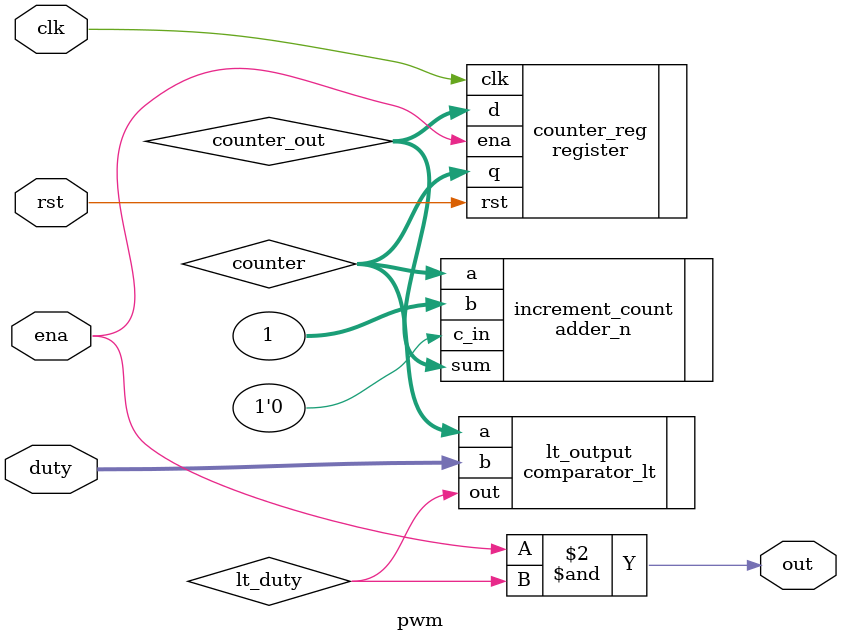
<source format=sv>
`default_nettype none


module pwm(clk, rst, ena, duty, out);

parameter N = 8;

input wire clk, rst;
input wire ena; // Enables the output.
input wire [N-1:0] duty; // The "duty cycle" input.
output logic out;

logic [N-1:0] counter, counter_out;
logic lt_duty;

// Increment the counter value
adder_n #(.N(N)) increment_count (
    .a(counter), 
    .b(1), 
    .c_in(1'b0), 
    .sum(counter_out)
);

// Register to store the counter value
register #(.N(N)) counter_reg (
    .clk(clk),           
    .ena(ena),           
    .rst(rst),           
    .d(counter_out),         
    .q(counter)
);

comparator_lt #(.N(N+1)) lt_output (
    .a(counter), 
    .b(duty), 
    .out(lt_duty)
);

assign out = ena & lt_duty;

endmodule

</source>
